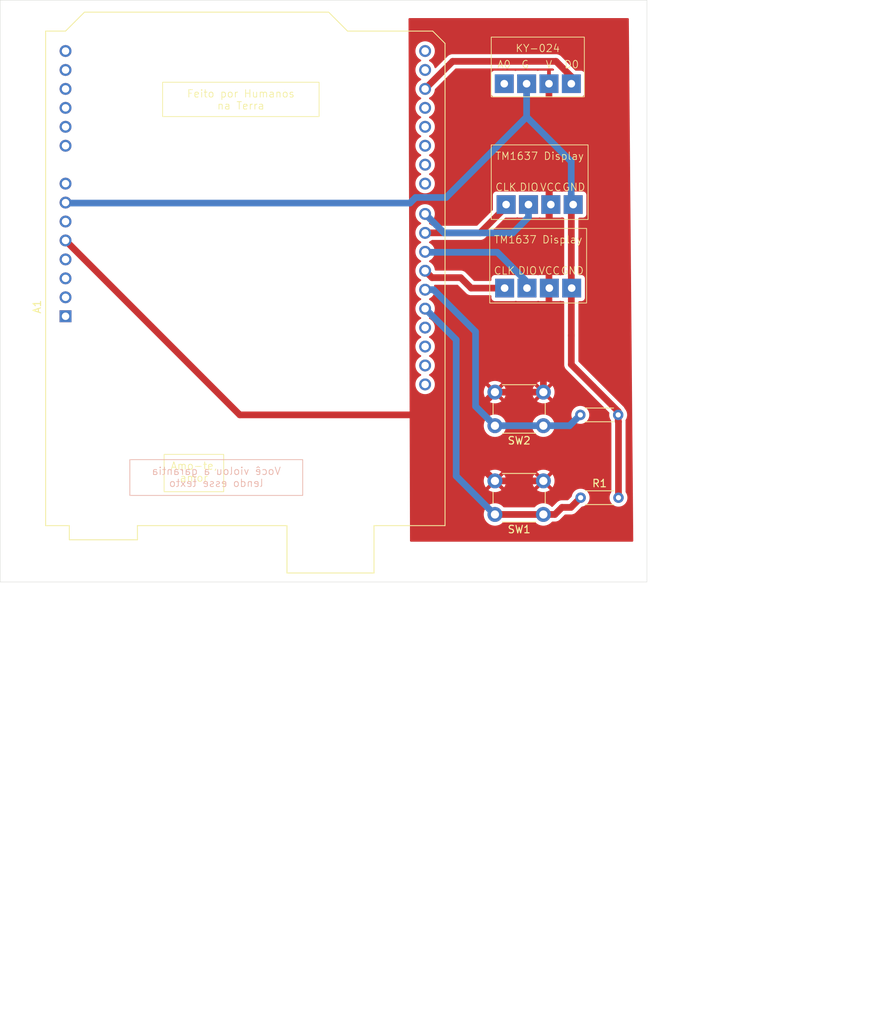
<source format=kicad_pcb>
(kicad_pcb (version 20241229) (generator "pcbnew") (generator_version "9.0")
  (layers (0 "F.Cu" signal) (2 "B.Cu" signal) (13 "F.Paste" user) (15 "B.Paste" user) (5 "F.SilkS" user "F.Silkscreen") (7 "B.SilkS" user "B.Silkscreen") (1 "F.Mask" user) (3 "B.Mask" user) (25 "Edge.Cuts" user))
  (net 0 "")
  (net 3 "DISPLAY_VELOCITY_CLOCK")
  (net 5 "VCC")
  (net 9 "HALL_SENSOR")
  (net 11 "RIGHT_BUTTON")
  (net 14 "GND")
  (net 16 "LEFT_BUTTON")
  (net 18 "DISPLAY_DISTANCE_DATA")
  (net 25 "DISPLAY_DISTANCE_CLOCK")
  (net 32 "DISPLAY_VELOCITY_DATA")
  (footprint "library:TM1637 Display Module" (layer "F.Cu") (at 181 84.2)
    (property "Reference" "U3" (hide yes))
    (property "Value" "TM1637 Display Module" (hide yes))
    (fp_rect (start -6.5 -8) (end 6.5 2) (stroke (width 0.1)) (fill no) (layer "F.SilkS"))
    (fp_text user "DIO" (at -2.75 -1.75 0) (layer "F.SilkS") (effects (font (thickness 0.1)) (justify left bottom)))
    (fp_text user "GND" (at 3 -1.75 0) (layer "F.SilkS") (effects (font (thickness 0.1)) (justify left bottom)))
    (fp_text user "TM1637 Display" (at 0 -6.5 0) (layer "F.SilkS") (effects (font (thickness 0.1))))
    (fp_text user "CLK" (at -6 -1.75 0) (layer "F.SilkS") (effects (font (thickness 0.1)) (justify left bottom)))
    (fp_text user "VCC" (at 0 -1.75 0) (layer "F.SilkS") (effects (font (thickness 0.1)) (justify left bottom)))
    (pad "1" thru_hole rect (at -4.5 0) (size 2.55 2.5) (drill 1.02) (layers "*.Cu" "*.Mask") (net 3 "DISPLAY_VELOCITY_CLOCK"))
    (pad "2" thru_hole rect (at -1.5 0) (size 2.55 2.5) (drill 1.02) (layers "*.Cu" "*.Mask") (net 32 "DISPLAY_VELOCITY_DATA"))
    (pad "3" thru_hole rect (at 1.5 0) (size 2.55 2.5) (drill 1.02) (layers "*.Cu" "*.Mask") (net 5 "VCC"))
    (pad "4" thru_hole rect (at 4.5 0) (size 2.55 2.5) (drill 1.02) (layers "*.Cu" "*.Mask") (net 14 "GND"))
  )
  (footprint "Resistor_THT:R_Axial_DIN0204_L3.6mm_D1.6mm_P5.08mm_Horizontal" (layer "F.Cu") (at 186.46 112.4)
    (property "Reference" "R2" (hide yes))
    (property "Value" "10K")
    (fp_line (start 0.62 -0.92) (end 4.46 -0.92) (stroke (width 0.12)) (layer "F.SilkS"))
    (fp_line (start 0.62 0.92) (end 4.46 0.92) (stroke (width 0.12)) (layer "F.SilkS"))
    (pad "1" thru_hole circle (at 0 0) (size 1.4 1.4) (drill 0.7) (layers "*.Cu" "*.Mask") (net 11 "RIGHT_BUTTON"))
    (pad "2" thru_hole oval (at 5.08 0) (size 1.4 1.4) (drill 0.7) (layers "*.Cu" "*.Mask") (net 14 "GND"))
  )
  (footprint "LOGO" (layer "F.Cu") (at 151.4 97.8)
    (property "Reference" "G***" (hide yes))
    (property "Value" "LOGO" (hide yes))
  )
  (footprint "Module:Arduino_UNO_R3" (layer "F.Cu") (at 117.37 99.175 90)
    (property "Reference" "A1" (at 1.27 -3.81 90) (layer "F.SilkS"))
    (property "Value" "Arduino_UNO_R3")
    (fp_line (start 38.23 -2.67) (end -28.07 -2.67) (stroke (width 0.12)) (layer "F.SilkS"))
    (fp_line (start -28.07 -2.67) (end -28.07 0.51) (stroke (width 0.12)) (layer "F.SilkS"))
    (fp_line (start 38.23 0) (end 38.23 -2.67) (stroke (width 0.12)) (layer "F.SilkS"))
    (fp_line (start -28.07 0.51) (end -29.97 0.51) (stroke (width 0.12)) (layer "F.SilkS"))
    (fp_line (start -29.97 0.51) (end -29.97 9.65) (stroke (width 0.12)) (layer "F.SilkS"))
    (fp_line (start 40.77 2.54) (end 38.23 0) (stroke (width 0.12)) (layer "F.SilkS"))
    (fp_line (start -28.07 9.65) (end -28.07 29.72) (stroke (width 0.12)) (layer "F.SilkS"))
    (fp_line (start -29.97 9.65) (end -28.07 9.65) (stroke (width 0.12)) (layer "F.SilkS"))
    (fp_line (start -28.07 29.72) (end -34.42 29.72) (stroke (width 0.12)) (layer "F.SilkS"))
    (fp_line (start -34.42 29.72) (end -34.42 41.4) (stroke (width 0.12)) (layer "F.SilkS"))
    (fp_line (start 40.77 35.31) (end 40.77 2.54) (stroke (width 0.12)) (layer "F.SilkS"))
    (fp_line (start 38.23 37.85) (end 40.77 35.31) (stroke (width 0.12)) (layer "F.SilkS"))
    (fp_line (start -28.07 41.4) (end -28.07 50.93) (stroke (width 0.12)) (layer "F.SilkS"))
    (fp_line (start -34.42 41.4) (end -28.07 41.4) (stroke (width 0.12)) (layer "F.SilkS"))
    (fp_line (start 38.23 49.28) (end 38.23 37.85) (stroke (width 0.12)) (layer "F.SilkS"))
    (fp_line (start 36.58 50.93) (end 38.23 49.28) (stroke (width 0.12)) (layer "F.SilkS"))
    (fp_line (start -28.07 50.93) (end 36.58 50.93) (stroke (width 0.12)) (layer "F.SilkS"))
    (pad "1" thru_hole rect (at 0 0 180) (size 1.6 1.6) (drill 1) (layers "*.Cu" "*.Mask"))
    (pad "2" thru_hole oval (at 2.54 0 180) (size 1.6 1.6) (drill 1) (layers "*.Cu" "*.Mask"))
    (pad "3" thru_hole oval (at 5.08 0 180) (size 1.6 1.6) (drill 1) (layers "*.Cu" "*.Mask"))
    (pad "4" thru_hole oval (at 7.62 0 180) (size 1.6 1.6) (drill 1) (layers "*.Cu" "*.Mask"))
    (pad "5" thru_hole oval (at 10.16 0 180) (size 1.6 1.6) (drill 1) (layers "*.Cu" "*.Mask") (net 5 "VCC"))
    (pad "6" thru_hole oval (at 12.7 0 180) (size 1.6 1.6) (drill 1) (layers "*.Cu" "*.Mask"))
    (pad "7" thru_hole oval (at 15.24 0 180) (size 1.6 1.6) (drill 1) (layers "*.Cu" "*.Mask") (net 14 "GND"))
    (pad "8" thru_hole oval (at 17.78 0 180) (size 1.6 1.6) (drill 1) (layers "*.Cu" "*.Mask"))
    (pad "9" thru_hole oval (at 22.86 0 180) (size 1.6 1.6) (drill 1) (layers "*.Cu" "*.Mask"))
    (pad "10" thru_hole oval (at 25.4 0 180) (size 1.6 1.6) (drill 1) (layers "*.Cu" "*.Mask"))
    (pad "11" thru_hole oval (at 27.94 0 180) (size 1.6 1.6) (drill 1) (layers "*.Cu" "*.Mask"))
    (pad "12" thru_hole oval (at 30.48 0 180) (size 1.6 1.6) (drill 1) (layers "*.Cu" "*.Mask"))
    (pad "13" thru_hole oval (at 33.02 0 180) (size 1.6 1.6) (drill 1) (layers "*.Cu" "*.Mask"))
    (pad "14" thru_hole oval (at 35.56 0 180) (size 1.6 1.6) (drill 1) (layers "*.Cu" "*.Mask"))
    (pad "15" thru_hole oval (at 35.56 48.26 180) (size 1.6 1.6) (drill 1) (layers "*.Cu" "*.Mask"))
    (pad "16" thru_hole oval (at 33.02 48.26 180) (size 1.6 1.6) (drill 1) (layers "*.Cu" "*.Mask"))
    (pad "17" thru_hole oval (at 30.48 48.26 180) (size 1.6 1.6) (drill 1) (layers "*.Cu" "*.Mask") (net 9 "HALL_SENSOR"))
    (pad "18" thru_hole oval (at 27.94 48.26 180) (size 1.6 1.6) (drill 1) (layers "*.Cu" "*.Mask"))
    (pad "19" thru_hole oval (at 25.4 48.26 180) (size 1.6 1.6) (drill 1) (layers "*.Cu" "*.Mask"))
    (pad "20" thru_hole oval (at 22.86 48.26 180) (size 1.6 1.6) (drill 1) (layers "*.Cu" "*.Mask"))
    (pad "21" thru_hole oval (at 20.32 48.26 180) (size 1.6 1.6) (drill 1) (layers "*.Cu" "*.Mask"))
    (pad "22" thru_hole oval (at 17.78 48.26 180) (size 1.6 1.6) (drill 1) (layers "*.Cu" "*.Mask"))
    (pad "23" thru_hole oval (at 13.72 48.26 180) (size 1.6 1.6) (drill 1) (layers "*.Cu" "*.Mask") (net 32 "DISPLAY_VELOCITY_DATA"))
    (pad "24" thru_hole oval (at 11.18 48.26 180) (size 1.6 1.6) (drill 1) (layers "*.Cu" "*.Mask") (net 3 "DISPLAY_VELOCITY_CLOCK"))
    (pad "25" thru_hole oval (at 8.64 48.26 180) (size 1.6 1.6) (drill 1) (layers "*.Cu" "*.Mask") (net 18 "DISPLAY_DISTANCE_DATA"))
    (pad "26" thru_hole oval (at 6.1 48.26 180) (size 1.6 1.6) (drill 1) (layers "*.Cu" "*.Mask") (net 25 "DISPLAY_DISTANCE_CLOCK"))
    (pad "27" thru_hole oval (at 3.56 48.26 180) (size 1.6 1.6) (drill 1) (layers "*.Cu" "*.Mask") (net 11 "RIGHT_BUTTON"))
    (pad "28" thru_hole oval (at 1.02 48.26 180) (size 1.6 1.6) (drill 1) (layers "*.Cu" "*.Mask") (net 16 "LEFT_BUTTON"))
    (pad "29" thru_hole oval (at -1.52 48.26 180) (size 1.6 1.6) (drill 1) (layers "*.Cu" "*.Mask"))
    (pad "30" thru_hole oval (at -4.06 48.26 180) (size 1.6 1.6) (drill 1) (layers "*.Cu" "*.Mask"))
    (pad "31" thru_hole oval (at -6.6 48.26 180) (size 1.6 1.6) (drill 1) (layers "*.Cu" "*.Mask"))
    (pad "32" thru_hole oval (at -9.14 48.26 180) (size 1.6 1.6) (drill 1) (layers "*.Cu" "*.Mask"))
  )
  (footprint "Button_Switch_THT:SW_PUSH_6mm" (layer "F.Cu") (at 181.5 125.75 180)
    (property "Reference" "SW1" (at 3.25 -2 0) (layer "F.SilkS"))
    (property "Value" "SW_Push")
    (fp_line (start 6.75 3) (end 6.75 1.5) (stroke (width 0.12)) (layer "F.SilkS"))
    (fp_line (start 5.5 -1) (end 1 -1) (stroke (width 0.12)) (layer "F.SilkS"))
    (fp_line (start 1 5.5) (end 5.5 5.5) (stroke (width 0.12)) (layer "F.SilkS"))
    (fp_line (start -0.25 1.5) (end -0.25 3) (stroke (width 0.12)) (layer "F.SilkS"))
    (pad "1" thru_hole circle (at 0 0 270) (size 2 2) (drill 1.1) (layers "*.Cu" "*.Mask") (net 16 "LEFT_BUTTON"))
    (pad "1" thru_hole circle (at 6.5 0 270) (size 2 2) (drill 1.1) (layers "*.Cu" "*.Mask") (net 16 "LEFT_BUTTON"))
    (pad "2" thru_hole circle (at 0 4.5 270) (size 2 2) (drill 1.1) (layers "*.Cu" "*.Mask") (net 5 "VCC"))
    (pad "2" thru_hole circle (at 6.5 4.5 270) (size 2 2) (drill 1.1) (layers "*.Cu" "*.Mask") (net 5 "VCC"))
  )
  (footprint "library:TM1637 Display Module" (layer "F.Cu") (at 180.8 95.4)
    (property "Reference" "U2" (hide yes))
    (property "Value" "TM1637 Display Module" (hide yes))
    (fp_rect (start -6.5 -8) (end 6.5 2) (stroke (width 0.1)) (fill no) (layer "F.SilkS"))
    (fp_text user "VCC" (at 0 -1.75 0) (layer "F.SilkS") (effects (font (thickness 0.1)) (justify left bottom)))
    (fp_text user "DIO" (at -2.75 -1.75 0) (layer "F.SilkS") (effects (font (thickness 0.1)) (justify left bottom)))
    (fp_text user "CLK" (at -6 -1.75 0) (layer "F.SilkS") (effects (font (thickness 0.1)) (justify left bottom)))
    (fp_text user "TM1637 Display" (at 0 -6.5 0) (layer "F.SilkS") (effects (font (thickness 0.1))))
    (fp_text user "GND" (at 3 -1.75 0) (layer "F.SilkS") (effects (font (thickness 0.1)) (justify left bottom)))
    (pad "1" thru_hole rect (at -4.5 0) (size 2.55 2.5) (drill 1.02) (layers "*.Cu" "*.Mask") (net 25 "DISPLAY_DISTANCE_CLOCK"))
    (pad "2" thru_hole rect (at -1.5 0) (size 2.55 2.5) (drill 1.02) (layers "*.Cu" "*.Mask") (net 18 "DISPLAY_DISTANCE_DATA"))
    (pad "3" thru_hole rect (at 1.5 0) (size 2.55 2.5) (drill 1.02) (layers "*.Cu" "*.Mask") (net 5 "VCC"))
    (pad "4" thru_hole rect (at 4.5 0) (size 2.55 2.5) (drill 1.02) (layers "*.Cu" "*.Mask") (net 14 "GND"))
  )
  (footprint "library:KY-024" (layer "F.Cu") (at 180.75 66.5)
    (property "Reference" "U1" (hide yes))
    (property "Value" "KY-024" (hide yes))
    (fp_rect (start -6.25 -4.75) (end 6.25 3.25) (stroke (width 0.1)) (fill no) (layer "F.SilkS"))
    (fp_text user "D0" (at 3.5 -0.5 0) (layer "F.SilkS") (effects (font (thickness 0.1)) (justify left bottom)))
    (fp_text user "A0" (at -5.5 -0.5 0) (layer "F.SilkS") (effects (font (thickness 0.1)) (justify left bottom)))
    (fp_text user "G" (at -2.25 -0.5 0) (layer "F.SilkS") (effects (font (thickness 0.1)) (justify left bottom)))
    (fp_text user "V" (at 1 -0.5 0) (layer "F.SilkS") (effects (font (thickness 0.1)) (justify left bottom)))
    (fp_text user "KY-024" (at 0 -3.25 0) (layer "F.SilkS") (effects (font (thickness 0.1))))
    (pad "1" thru_hole rect (at -4.5 1.5) (size 2.55 2.5) (drill 1.02) (layers "*.Cu" "*.Mask"))
    (pad "2" thru_hole rect (at -1.5 1.5) (size 2.55 2.5) (drill 1.02) (layers "*.Cu" "*.Mask") (net 14 "GND"))
    (pad "3" thru_hole rect (at 1.5 1.5) (size 2.55 2.5) (drill 1.02) (layers "*.Cu" "*.Mask") (net 5 "VCC"))
    (pad "4" thru_hole rect (at 4.5 1.5) (size 2.55 2.5) (drill 1.02) (layers "*.Cu" "*.Mask") (net 9 "HALL_SENSOR"))
  )
  (footprint "Resistor_THT:R_Axial_DIN0204_L3.6mm_D1.6mm_P5.08mm_Horizontal" (layer "F.Cu") (at 186.5 123.5)
    (property "Reference" "R1" (at 2.54 -1.92 0) (layer "F.SilkS"))
    (property "Value" "10K")
    (fp_line (start 0.62 -0.92) (end 4.46 -0.92) (stroke (width 0.12)) (layer "F.SilkS"))
    (fp_line (start 0.62 0.92) (end 4.46 0.92) (stroke (width 0.12)) (layer "F.SilkS"))
    (pad "1" thru_hole circle (at 0 0) (size 1.4 1.4) (drill 0.7) (layers "*.Cu" "*.Mask") (net 16 "LEFT_BUTTON"))
    (pad "2" thru_hole oval (at 5.08 0) (size 1.4 1.4) (drill 0.7) (layers "*.Cu" "*.Mask") (net 14 "GND"))
  )
  (footprint "Button_Switch_THT:SW_PUSH_6mm" (layer "F.Cu") (at 181.5 113.85 180)
    (property "Reference" "SW2" (at 3.25 -2 0) (layer "F.SilkS"))
    (property "Value" "SW_Push")
    (fp_line (start 6.75 3) (end 6.75 1.5) (stroke (width 0.12)) (layer "F.SilkS"))
    (fp_line (start 5.5 -1) (end 1 -1) (stroke (width 0.12)) (layer "F.SilkS"))
    (fp_line (start 1 5.5) (end 5.5 5.5) (stroke (width 0.12)) (layer "F.SilkS"))
    (fp_line (start -0.25 1.5) (end -0.25 3) (stroke (width 0.12)) (layer "F.SilkS"))
    (pad "1" thru_hole circle (at 0 0 270) (size 2 2) (drill 1.1) (layers "*.Cu" "*.Mask") (net 11 "RIGHT_BUTTON"))
    (pad "1" thru_hole circle (at 6.5 0 270) (size 2 2) (drill 1.1) (layers "*.Cu" "*.Mask") (net 11 "RIGHT_BUTTON"))
    (pad "2" thru_hole circle (at 0 4.5 270) (size 2 2) (drill 1.1) (layers "*.Cu" "*.Mask") (net 5 "VCC"))
    (pad "2" thru_hole circle (at 6.5 4.5 270) (size 2 2) (drill 1.1) (layers "*.Cu" "*.Mask") (net 5 "VCC"))
  )
  (gr_rect (start 108.6 56.8) (end 195.4 134.8) (stroke (width 0.05)) (fill no) (layer "Edge.Cuts"))
  (gr_text_box "Feito por Humanos \nna Terra" (start 130.4 67.8) (end 151.4 72.4) (margins 1.0025 1.0025 1.0025 1.0025) (layer "F.SilkS") (effects (font (size 1 1) (thickness 0.1)) (justify top)) (border yes) (stroke (width 0.1)))
  (gr_text_box "Amo-te, amor" (start 130.6 117.7) (end 138.6 122.7) (margins 1.0025 1.0025 1.0025 1.0025) (layer "F.SilkS") (effects (font (size 1 1) (thickness 0.1)) (justify top)) (border yes) (stroke (width 0.1)))
  (gr_text_box "Você violou a garantia lendo esse texto" (start 126 118.4) (end 149.2 123.2) (margins 1.0025 1.0025 1.0025 1.0025) (layer "B.SilkS") (effects (font (size 1 1) (thickness 0.1)) (justify top mirror)) (border yes) (stroke (width 0.1)))
  (segment (start 176.5 84.3) (end 176.6 84.4) (width 0.9) (layer "F.Cu") (net 3))
  (segment (start 176.5 84.2) (end 176.5 84.3) (width 0.9) (layer "F.Cu") (net 3))
  (segment (start 176.6 84.4) (end 173.005 87.995) (width 0.9) (layer "F.Cu") (net 3))
  (segment (start 173.005 87.995) (end 165.63 87.995) (width 0.9) (layer "F.Cu") (net 3))
  (segment (start 171.95 112.4) (end 171.95 118.2) (width 0.9) (layer "F.Cu") (net 5))
  (segment (start 182.25 68) (end 182.25 84.25) (width 0.9) (layer "F.Cu") (net 5))
  (segment (start 181.5 107.3) (end 181.5 109.35) (width 0.9) (layer "F.Cu") (net 5))
  (segment (start 171.95 112.4) (end 140.755 112.4) (width 0.9) (layer "F.Cu") (net 5))
  (segment (start 174.85 121.25) (end 174.8 121.2) (width 0.2) (layer "F.Cu") (net 5))
  (segment (start 175 121.25) (end 174.85 121.25) (width 0.2) (layer "F.Cu") (net 5))
  (segment (start 140.755 112.4) (end 117.37 89.015) (width 0.9) (layer "F.Cu") (net 5))
  (segment (start 181.5 121.25) (end 175 121.25) (width 0.9) (layer "F.Cu") (net 5))
  (segment (start 175 109.35) (end 171.95 112.4) (width 0.9) (layer "F.Cu") (net 5))
  (segment (start 182.25 101.75) (end 182.25 106.55) (width 0.9) (layer "F.Cu") (net 5))
  (segment (start 182.25 106.55) (end 181.5 107.3) (width 0.9) (layer "F.Cu") (net 5))
  (segment (start 181.5 109.35) (end 175 109.35) (width 0.9) (layer "F.Cu") (net 5))
  (segment (start 171.95 118.2) (end 175 121.25) (width 0.9) (layer "F.Cu") (net 5))
  (segment (start 182.25 84.25) (end 182.25 101.75) (width 0.9) (layer "F.Cu") (net 5))
  (segment (start 185.2 68) (end 185.25 68) (width 0.9) (layer "F.Cu") (net 9))
  (segment (start 185.2 67) (end 185.2 68) (width 0.9) (layer "F.Cu") (net 9))
  (segment (start 169.325 65) (end 183.2 65) (width 0.9) (layer "F.Cu") (net 9))
  (segment (start 183.2 65) (end 185.2 67) (width 0.9) (layer "F.Cu") (net 9))
  (segment (start 165.63 68.695) (end 169.325 65) (width 0.9) (layer "F.Cu") (net 9))
  (segment (start 181.45 113.85) (end 181.4 113.8) (width 0.2) (layer "F.Cu") (net 11))
  (segment (start 181.5 113.85) (end 181.45 113.85) (width 0.2) (layer "F.Cu") (net 11))
  (segment (start 186.31 112.25) (end 186.46 112.4) (width 0.2) (layer "F.Cu") (net 11))
  (segment (start 172.4 101.25363) (end 166.76137 95.615) (width 0.9) (layer "B.Cu") (net 11))
  (segment (start 175 113.85) (end 172.4 111.25) (width 0.9) (layer "B.Cu") (net 11))
  (segment (start 181.5 113.85) (end 185.01 113.85) (width 0.9) (layer "B.Cu") (net 11))
  (segment (start 172.4 111.25) (end 172.4 101.25363) (width 0.9) (layer "B.Cu") (net 11))
  (segment (start 175 113.85) (end 181.5 113.85) (width 0.9) (layer "B.Cu") (net 11))
  (segment (start 185.01 113.85) (end 186.46 112.4) (width 0.9) (layer "B.Cu") (net 11))
  (segment (start 166.76137 95.615) (end 165.63 95.615) (width 0.9) (layer "B.Cu") (net 11))
  (segment (start 191.54 112.4) (end 191.54 113.26) (width 0.9) (layer "F.Cu") (net 14))
  (segment (start 185.25 105.65) (end 185.25 101.75) (width 0.9) (layer "F.Cu") (net 14))
  (segment (start 188.2 108.6) (end 185.25 105.65) (width 0.9) (layer "F.Cu") (net 14))
  (segment (start 191.58 113.3) (end 191.58 123.5) (width 0.9) (layer "F.Cu") (net 14))
  (segment (start 191.54 112.4) (end 191.54 111.94) (width 0.9) (layer "F.Cu") (net 14))
  (segment (start 191.54 123.46) (end 191.58 123.5) (width 0.2) (layer "F.Cu") (net 14))
  (segment (start 191.54 111.94) (end 188.2 108.6) (width 0.9) (layer "F.Cu") (net 14))
  (segment (start 191.54 113.26) (end 191.58 113.3) (width 0.9) (layer "F.Cu") (net 14))
  (segment (start 185.25 101.75) (end 185.25 84.25) (width 0.9) (layer "F.Cu") (net 14))
  (segment (start 164.35 83.25) (end 168.45 83.25) (width 0.9) (layer "B.Cu") (net 14))
  (segment (start 117.435 84) (end 163.6 84) (width 0.9) (layer "B.Cu") (net 14))
  (segment (start 179.3 72.5) (end 179.25 72.5) (width 0.2) (layer "B.Cu") (net 14))
  (segment (start 168.45 83.25) (end 179.2 72.5) (width 0.9) (layer "B.Cu") (net 14))
  (segment (start 117.37 83.935) (end 117.435 84) (width 0.2) (layer "B.Cu") (net 14))
  (segment (start 179.25 72.5) (end 179.25 68) (width 0.9) (layer "B.Cu") (net 14))
  (segment (start 185.236084 78.436084) (end 179.3 72.5) (width 0.9) (layer "B.Cu") (net 14))
  (segment (start 185.236084 84.236084) (end 185.236084 78.436084) (width 0.9) (layer "B.Cu") (net 14))
  (segment (start 185.25 84.25) (end 185.236084 84.236084) (width 0.2) (layer "B.Cu") (net 14))
  (segment (start 179.2 72.5) (end 179.25 72.5) (width 0.2) (layer "B.Cu") (net 14))
  (segment (start 163.6 84) (end 164.35 83.25) (width 0.9) (layer "B.Cu") (net 14))
  (segment (start 181.5 125.75) (end 183.05 125.75) (width 0.9) (layer "F.Cu") (net 16))
  (segment (start 181.65 125.75) (end 181.8 125.6) (width 0.9) (layer "F.Cu") (net 16))
  (segment (start 183.05 125.75) (end 184 124.8) (width 0.9) (layer "F.Cu") (net 16))
  (segment (start 181.5 125.75) (end 181.65 125.75) (width 0.9) (layer "F.Cu") (net 16))
  (segment (start 184 124.8) (end 185.2 124.8) (width 0.9) (layer "F.Cu") (net 16))
  (segment (start 185.2 124.8) (end 186.5 123.5) (width 0.9) (layer "F.Cu") (net 16))
  (segment (start 181.65 125.75) (end 175 125.75) (width 0.9) (layer "F.Cu") (net 16))
  (segment (start 169.8 120.6) (end 169.8 102.325) (width 0.9) (layer "B.Cu") (net 16))
  (segment (start 175 125.8) (end 169.8 120.6) (width 0.9) (layer "B.Cu") (net 16))
  (segment (start 175 125.75) (end 175 125.8) (width 0.9) (layer "B.Cu") (net 16))
  (segment (start 169.8 102.325) (end 165.63 98.155) (width 0.9) (layer "B.Cu") (net 16))
  (segment (start 179.3 95.4) (end 179.3 94.573) (width 0.9) (layer "B.Cu") (net 18))
  (segment (start 165.695 90.6) (end 165.63 90.535) (width 0.9) (layer "B.Cu") (net 18))
  (segment (start 175.327 90.6) (end 165.695 90.6) (width 0.9) (layer "B.Cu") (net 18))
  (segment (start 179.3 94.573) (end 175.327 90.6) (width 0.9) (layer "B.Cu") (net 18))
  (segment (start 176.3 95.4) (end 171.8 95.4) (width 0.9) (layer "F.Cu") (net 25))
  (segment (start 171.8 95.4) (end 170.4 94) (width 0.9) (layer "F.Cu") (net 25))
  (segment (start 170.4 94) (end 166.555 94) (width 0.9) (layer "F.Cu") (net 25))
  (segment (start 166.555 94) (end 165.63 93.075) (width 0.9) (layer "F.Cu") (net 25))
  (segment (start 179.5 85.9) (end 177.4 88) (width 0.9) (layer "B.Cu") (net 32))
  (segment (start 179.5 84.2) (end 179.5 85.9) (width 0.9) (layer "B.Cu") (net 32))
  (segment (start 168.175 88) (end 165.63 85.455) (width 0.9) (layer "B.Cu") (net 32))
  (segment (start 177.4 88) (end 168.175 88) (width 0.9) (layer "B.Cu") (net 32))
  (zone (net 5) (net_name "VCC") (layer "F.Cu") (connect_pads (clearance 0.5)) (min_thickness 0.25) (fill yes (thermal_gap 0.5) (thermal_bridge_width 0.5))
    (polygon (pts (xy 163.4 59.2) (xy 192.965806 59.2) (xy 193.565806 129.4) (xy 163.6 129.4)))
  )
)
</source>
